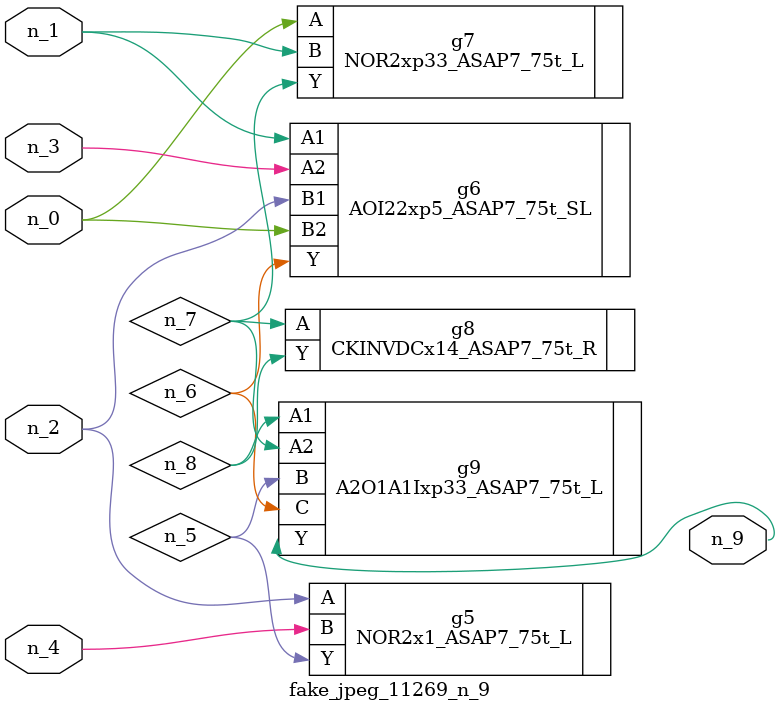
<source format=v>
module fake_jpeg_11269_n_9 (n_3, n_2, n_1, n_0, n_4, n_9);

input n_3;
input n_2;
input n_1;
input n_0;
input n_4;

output n_9;

wire n_8;
wire n_6;
wire n_5;
wire n_7;

NOR2x1_ASAP7_75t_L g5 ( 
.A(n_2),
.B(n_4),
.Y(n_5)
);

AOI22xp5_ASAP7_75t_SL g6 ( 
.A1(n_1),
.A2(n_3),
.B1(n_2),
.B2(n_0),
.Y(n_6)
);

NOR2xp33_ASAP7_75t_L g7 ( 
.A(n_0),
.B(n_1),
.Y(n_7)
);

CKINVDCx14_ASAP7_75t_R g8 ( 
.A(n_7),
.Y(n_8)
);

A2O1A1Ixp33_ASAP7_75t_L g9 ( 
.A1(n_8),
.A2(n_7),
.B(n_5),
.C(n_6),
.Y(n_9)
);


endmodule
</source>
